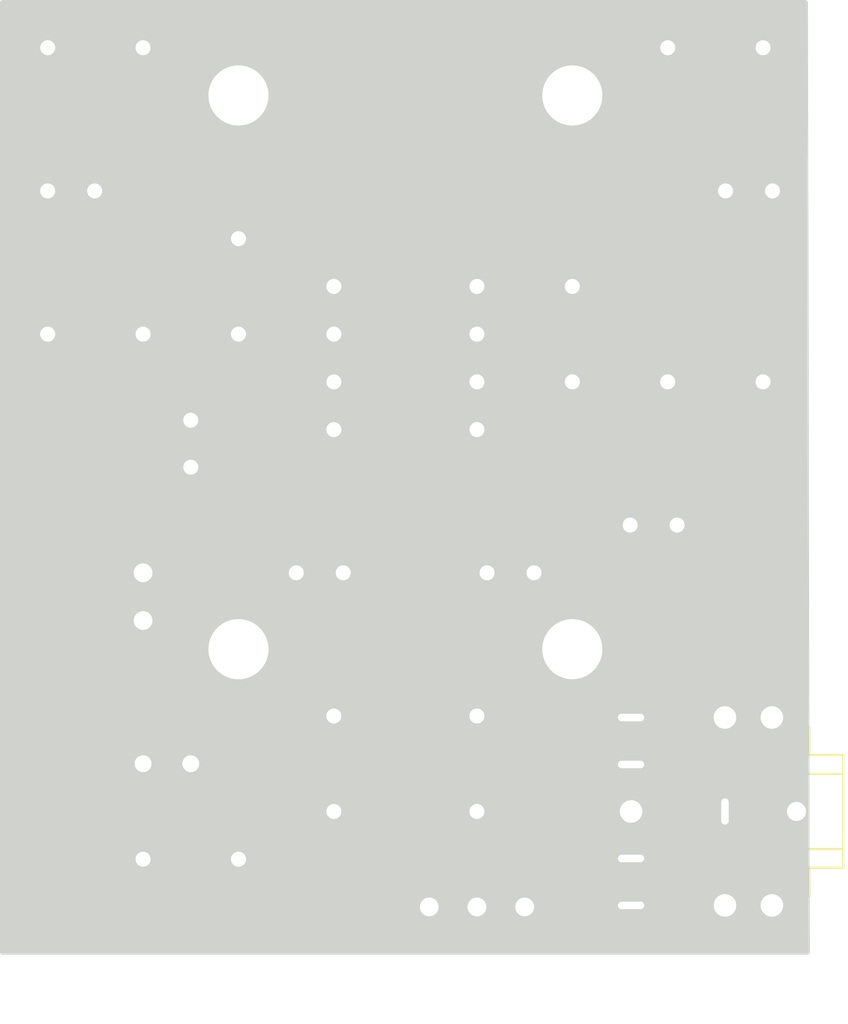
<source format=kicad_pcb>
(kicad_pcb (version 20221018) (generator pcbnew)

  (general
    (thickness 1.6)
  )

  (paper "A4")
  (layers
    (0 "F.Cu" signal)
    (31 "B.Cu" signal)
    (32 "B.Adhes" user "B.Adhesive")
    (33 "F.Adhes" user "F.Adhesive")
    (34 "B.Paste" user)
    (35 "F.Paste" user)
    (36 "B.SilkS" user "B.Silkscreen")
    (37 "F.SilkS" user "F.Silkscreen")
    (38 "B.Mask" user)
    (39 "F.Mask" user)
    (40 "Dwgs.User" user "User.Drawings")
    (41 "Cmts.User" user "User.Comments")
    (42 "Eco1.User" user "User.Eco1")
    (43 "Eco2.User" user "User.Eco2")
    (44 "Edge.Cuts" user)
    (45 "Margin" user)
    (46 "B.CrtYd" user "B.Courtyard")
    (47 "F.CrtYd" user "F.Courtyard")
    (48 "B.Fab" user)
    (49 "F.Fab" user)
    (50 "User.1" user)
    (51 "User.2" user)
    (52 "User.3" user)
    (53 "User.4" user)
    (54 "User.5" user)
    (55 "User.6" user)
    (56 "User.7" user)
    (57 "User.8" user)
    (58 "User.9" user)
  )

  (setup
    (stackup
      (layer "F.SilkS" (type "Top Silk Screen"))
      (layer "F.Paste" (type "Top Solder Paste"))
      (layer "F.Mask" (type "Top Solder Mask") (thickness 0.01))
      (layer "F.Cu" (type "copper") (thickness 0.035))
      (layer "dielectric 1" (type "core") (thickness 1.51) (material "FR4") (epsilon_r 4.5) (loss_tangent 0.02))
      (layer "B.Cu" (type "copper") (thickness 0.035))
      (layer "B.Mask" (type "Bottom Solder Mask") (thickness 0.01))
      (layer "B.Paste" (type "Bottom Solder Paste"))
      (layer "B.SilkS" (type "Bottom Silk Screen"))
      (copper_finish "None")
      (dielectric_constraints no)
    )
    (pad_to_mask_clearance 0)
    (pcbplotparams
      (layerselection 0x00010fc_ffffffff)
      (plot_on_all_layers_selection 0x0000000_00000000)
      (disableapertmacros false)
      (usegerberextensions false)
      (usegerberattributes true)
      (usegerberadvancedattributes true)
      (creategerberjobfile true)
      (dashed_line_dash_ratio 12.000000)
      (dashed_line_gap_ratio 3.000000)
      (svgprecision 4)
      (plotframeref false)
      (viasonmask false)
      (mode 1)
      (useauxorigin false)
      (hpglpennumber 1)
      (hpglpenspeed 20)
      (hpglpendiameter 15.000000)
      (dxfpolygonmode true)
      (dxfimperialunits true)
      (dxfusepcbnewfont true)
      (psnegative false)
      (psa4output false)
      (plotreference true)
      (plotvalue true)
      (plotinvisibletext false)
      (sketchpadsonfab false)
      (subtractmaskfromsilk false)
      (outputformat 1)
      (mirror false)
      (drillshape 1)
      (scaleselection 1)
      (outputdirectory "")
    )
  )

  (net 0 "")
  (net 1 "Net-(C1-Pad1)")
  (net 2 "Net-(C1-Pad2)")
  (net 3 "Net-(C2-Pad1)")
  (net 4 "Net-(C2-Pad2)")
  (net 5 "Net-(J1-Pin_2)")
  (net 6 "Net-(J1-Pin_6)")
  (net 7 "+BATT")
  (net 8 "-BATT")
  (net 9 "Net-(J1-Pin_1)")
  (net 10 "Net-(J1-Pin_7)")
  (net 11 "Net-(D1-A)")
  (net 12 "Virtual_Ground")
  (net 13 "Net-(C3-Pad1)")
  (net 14 "Net-(C4-Pad1)")
  (net 15 "Net-(J4-Pin_2)")
  (net 16 "Net-(J4-Pin_3)")

  (footprint "Capacitor_THT:CP_Radial_D5.0mm_P2.50mm" (layer "F.Cu") (at 154.94 106.14 90))

  (footprint "Capacitor_THT:CP_Radial_D5.0mm_P2.50mm" (layer "F.Cu") (at 147.32 91.44))

  (footprint "MountingHole:MountingHole_3.2mm_M3" (layer "F.Cu") (at 175.26 115.824))

  (footprint "Resistor_THT:R_Box_L8.4mm_W2.5mm_P5.08mm" (layer "F.Cu") (at 175.26 101.6 90))

  (footprint "Capacitor_THT:CP_Radial_D5.0mm_P2.50mm" (layer "F.Cu") (at 160.56 111.76))

  (footprint "Capacitor_THT:CP_Radial_D5.0mm_P2.50mm" (layer "F.Cu") (at 178.34 109.22))

  (footprint "MountingHole:MountingHole_3.2mm_M3" (layer "F.Cu") (at 157.48 115.824))

  (footprint "Capacitor_THT:CP_Radial_D5.0mm_P2.50mm" (layer "F.Cu") (at 170.72 111.76))

  (footprint "Resistor_THT:R_Box_L8.4mm_W2.5mm_P5.08mm" (layer "F.Cu") (at 157.48 93.98 -90))

  (footprint "Resistor_THT:R_Box_L8.4mm_W2.5mm_P5.08mm" (layer "F.Cu") (at 170.18 119.38 -90))

  (footprint "MountingHole:MountingHole_3.2mm_M3" (layer "F.Cu") (at 157.48 86.36))

  (footprint "Connector_PinHeader_2.54mm:PinHeader_1x03_P2.54mm_Vertical" (layer "F.Cu") (at 167.64 129.54 90))

  (footprint "Inductor_THT:L_Axial_L7.0mm_D3.3mm_P5.08mm_Vertical_Fastron_MICC" (layer "F.Cu") (at 185.42 83.82 180))

  (footprint "Package_DIP:DIP-8_W7.62mm_Socket" (layer "F.Cu") (at 162.56 96.52))

  (footprint "Inductor_THT:L_Axial_L7.0mm_D3.3mm_P5.08mm_Vertical_Fastron_MICC" (layer "F.Cu") (at 147.32 83.82))

  (footprint "Resistor_THT:R_Box_L8.4mm_W2.5mm_P5.08mm" (layer "F.Cu") (at 162.56 124.46 90))

  (footprint "Resistor_THT:R_Box_L8.4mm_W2.5mm_P5.08mm" (layer "F.Cu") (at 180.34 101.6))

  (footprint "Resistor_THT:R_Box_L8.4mm_W2.5mm_P5.08mm" (layer "F.Cu") (at 152.4 127))

  (footprint "Capacitor_THT:CP_Radial_D5.0mm_P2.50mm" (layer "F.Cu") (at 183.42 91.44))

  (footprint "Connector_Audio:Jack_3.5mm_CUI_SJ1-3525N_Horizontal" (layer "F.Cu") (at 183.388 124.46 90))

  (footprint "Resistor_THT:R_Box_L8.4mm_W2.5mm_P5.08mm" (layer "F.Cu") (at 152.4 99.06 180))

  (footprint "Connector_PinHeader_2.54mm:PinHeader_1x02_P2.54mm_Vertical" (layer "F.Cu") (at 152.4 111.76))

  (footprint "MountingHole:MountingHole_3.2mm_M3" (layer "F.Cu") (at 175.26 86.36))

  (footprint "LED_THT:LED_D4.0mm" (layer "F.Cu") (at 152.4 121.92))

  (segment (start 147.32 99.06) (end 147.32 91.44) (width 0.25) (layer "F.Cu") (net 1) (tstamp dca2276a-22fe-4a3d-aac2-338966fa2bd6))
  (segment (start 147.32 83.82) (end 147.32 86.36) (width 0.25) (layer "F.Cu") (net 2) (tstamp 10f9a55e-36da-4128-b7a6-238384a8aaf5))
  (segment (start 149.86 90.9) (end 149.32 91.44) (width 0.25) (layer "F.Cu") (net 2) (tstamp 5ab5e01b-685c-4149-bb95-40b9ad34005f))
  (segment (start 149.86 88.9) (end 149.86 90.9) (width 0.25) (layer "F.Cu") (net 2) (tstamp e9abb829-eaf0-45ca-abaf-3ea4fddde9d4))
  (segment (start 147.32 86.36) (end 149.86 88.9) (width 0.25) (layer "F.Cu") (net 2) (tstamp f20d5206-978a-4a78-8b85-c89eb6279139))
  (segment (start 183.42 91.44) (end 183.42 99.6) (width 0.25) (layer "F.Cu") (net 3) (tstamp 0cb5912c-f5ba-464f-a335-54a78f883d70))
  (segment (start 183.42 99.6) (end 185.42 101.6) (width 0.25) (layer "F.Cu") (net 3) (tstamp 297a9fbb-dafc-4a4e-96d6-d1a2028cc580))
  (segment (start 185.42 91.44) (end 185.42 83.82) (width 0.25) (layer "F.Cu") (net 4) (tstamp 85f3eccc-8c75-447b-a42d-aaf8f0e3f9b2))
  (segment (start 154.94 99.06) (end 154.94 104.14) (width 0.25) (layer "F.Cu") (net 5) (tstamp 426ffb2d-d07e-49a4-a353-d80a43f55363))
  (segment (start 157.48 99.06) (end 154.94 99.06) (width 0.25) (layer "F.Cu") (net 5) (tstamp 7a9c2f7d-e337-4b09-a275-eff84518d0d9))
  (segment (start 154.94 99.06) (end 152.4 99.06) (width 0.25) (layer "F.Cu") (net 5) (tstamp 9438a2fc-9bdd-47ee-bdc8-30a187b81ec5))
  (segment (start 162.56 99.06) (end 157.48 99.06) (width 0.25) (layer "F.Cu") (net 5) (tstamp fa81628e-b528-4c63-90c2-870feb30d26f))
  (segment (start 180.34 101.6) (end 180.34 109.22) (width 0.25) (layer "F.Cu") (net 6) (tstamp 94bc334c-332e-4104-b031-d62644ea2adb))
  (segment (start 180.34 101.6) (end 175.26 101.6) (width 0.25) (layer "F.Cu") (net 6) (tstamp a0ff3788-a4e0-4895-b1d5-a2e0a07490c9))
  (segment (start 175.26 101.6) (end 170.18 101.6) (width 0.25) (layer "F.Cu") (net 6) (tstamp a318c569-fd62-4452-8d03-4d937783668a))
  (segment (start 160.56 111.76) (end 160.56 117.38) (width 0.25) (layer "B.Cu") (net 7) (tstamp 191f83fc-5f25-4384-aed5-ad921b2a4bb5))
  (segment (start 162.56 104.14) (end 162.56 109.76) (width 0.25) (layer "B.Cu") (net 7) (tstamp 33ac87f8-1365-4f79-8786-0826fb55cd32))
  (segment (start 160.56 111.76) (end 152.4 111.76) (width 0.25) (layer "B.Cu") (net 7) (tstamp 5fcbe0ff-2f95-4156-86ad-0ab20d39f409))
  (segment (start 162.56 109.76) (end 160.56 111.76) (width 0.25) (layer "B.Cu") (net 7) (tstamp 84190047-d03f-4eb7-896e-89ac1ce01738))
  (segment (start 160.56 117.38) (end 162.56 119.38) (width 0.25) (layer "B.Cu") (net 7) (tstamp 874c4e56-cfa5-4ce1-9c51-9ee940da0d39))
  (segment (start 152.4 114.3) (end 153.924 115.824) (width 0.25) (layer "F.Cu") (net 8) (tstamp 48c46656-ac18-414b-af60-1a68522f5ae0))
  (segment (start 153.924 115.824) (end 153.924 117.348) (width 0.25) (layer "F.Cu") (net 8) (tstamp 5580c701-6a88-4a2a-a733-650974b637d6))
  (segment (start 159.512 118.872) (end 161.544 116.84) (width 0.25) (layer "F.Cu") (net 8) (tstamp 75eec95c-8678-4376-b874-b4186244ca3a))
  (segment (start 153.924 117.348) (end 155.448 118.872) (width 0.25) (layer "F.Cu") (net 8) (tstamp 75ff7cef-2840-45b1-9ed8-05e18ba848c4))
  (segment (start 155.448 118.872) (end 159.512 118.872) (width 0.25) (layer "F.Cu") (net 8) (tstamp 92b79a7d-9861-4b1c-888b-88f75a1c4ac8))
  (segment (start 152.4 121.92) (end 152.4 114.3) (width 0.25) (layer "F.Cu") (net 8) (tstamp 956030c2-31f5-4eac-9bd1-6accfe75606a))
  (segment (start 161.544 116.84) (end 162.56 116.84) (width 0.25) (layer "F.Cu") (net 8) (tstamp cdc74bc3-684e-4041-b960-29316080670f))
  (segment (start 162.56 116.84) (end 165.1 119.38) (width 0.25) (layer "F.Cu") (net 8) (tstamp dd110a16-97c8-4fb5-b0e7-21fa5f6f21e6))
  (segment (start 165.1 119.38) (end 170.18 119.38) (width 0.25) (layer "F.Cu") (net 8) (tstamp f9d27350-2737-42ea-8d0f-782c6e413514))
  (segment (start 170.18 96.52) (end 172.72 99.06) (width 0.25) (layer "B.Cu") (net 8) (tstamp 05082f7a-9d15-4045-a2c8-2e2f7ec4aea6))
  (segment (start 172.72 116.84) (end 170.18 119.38) (width 0.25) (layer "B.Cu") (net 8) (tstamp 2c0e4e08-adee-4556-8327-dda9d80141db))
  (segment (start 172.72 111.76) (end 172.72 116.84) (width 0.25) (layer "B.Cu") (net 8) (tstamp 78ba58c9-74eb-4b99-9e0b-517671b96ef5))
  (segment (start 172.72 99.06) (end 172.72 111.76) (width 0.25) (layer "B.Cu") (net 8) (tstamp 95cf36de-96e4-4e85-a62e-c215c9c654c2))
  (segment (start 160.02 93.98) (end 157.48 93.98) (width 0.25) (layer "F.Cu") (net 9) (tstamp 87759346-9a7a-4b1b-9d40-bfb787f2e0ec))
  (segment (start 162.56 96.52) (end 160.02 93.98) (width 0.25) (layer "F.Cu") (net 9) (tstamp 9388d6df-7aa3-48de-a18a-6afda44505cd))
  (segment (start 172.72 96.52) (end 170.18 99.06) (width 0.25) (layer "F.Cu") (net 10) (tstamp 2e8ad26b-4c96-4f3e-91d0-da40e7829376))
  (segment (start 175.26 96.52) (end 172.72 96.52) (width 0.25) (layer "F.Cu") (net 10) (tstamp 74653fd9-74a2-4185-a6fb-c240d3b77474))
  (segment (start 154.94 124.46) (end 154.94 121.92) (width 0.25) (layer "F.Cu") (net 11) (tstamp 56e6a0e6-edb9-453f-bd40-9bbce4c26cbb))
  (segment (start 152.4 127) (end 154.94 124.46) (width 0.25) (layer "F.Cu") (net 11) (tstamp 8961c5d4-3c06-4cb6-b36b-3d89bfeb726c))
  (segment (start 160.02 127) (end 157.48 127) (width 0.25) (layer "F.Cu") (net 12) (tstamp 3efb8301-81ad-4c0b-97a1-eec8be0fc5f6))
  (segment (start 162.56 124.46) (end 160.02 127) (width 0.25) (layer "F.Cu") (net 12) (tstamp d2600960-c425-45ad-ad99-2b694dc9293
... [414564 chars truncated]
</source>
